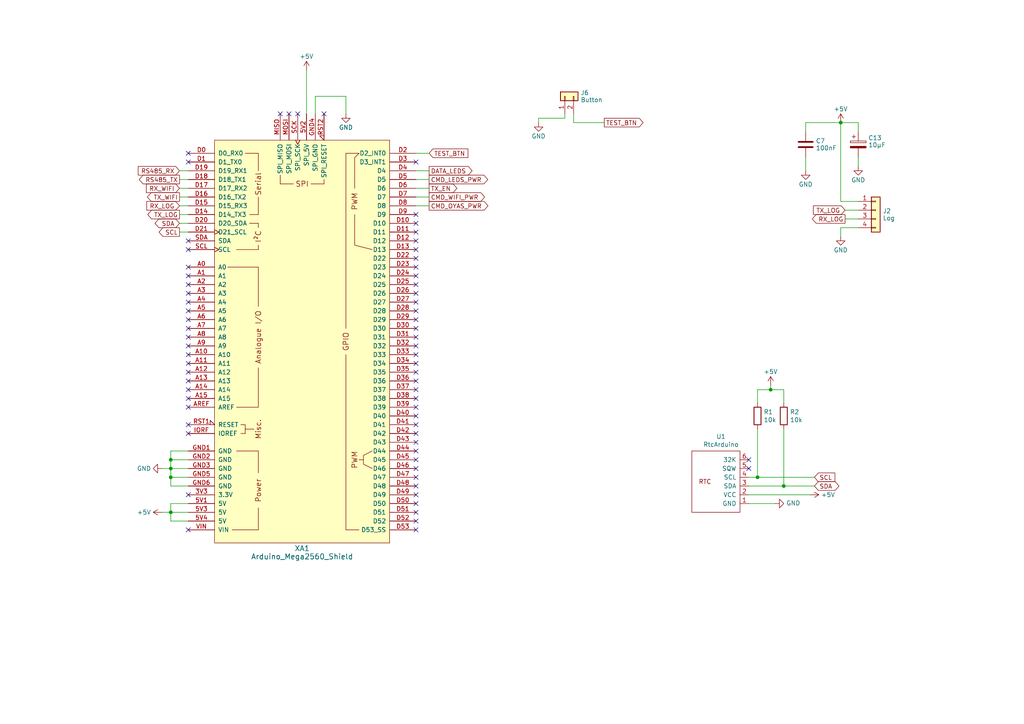
<source format=kicad_sch>
(kicad_sch (version 20230121) (generator eeschema)
  (paper "A4")
  (title_block (title "Commande des OYA - Maître RS485") (date "2024-04-26") (rev "B0") (company "BPC") (comment 1 "Extension Wifi (ESP01)") (comment 2 "Inteface LEDs RGB - Bouton - RTC") (comment 3 "Alim 12V - Sortie 12V pilotable - Bus RS485"))
  (lib_symbols
    (symbol "Connector_Generic:Conn_01x02" (pin_names (offset 1.016) hide)
      (property "Reference" "J" (at 0 2.54 0))
      (property "Value" "Conn_01x02" (at 0 -5.08 0))
      (symbol "Conn_01x02_1_1"
        (rectangle (start -1.27 -2.413) (end 0 -2.667) (stroke (width 0.1524)))
        (rectangle (start -1.27 0.127) (end 0 -0.127) (stroke (width 0.1524)))
        (rectangle (start -1.27 1.27) (end 1.27 -3.81) (stroke (width 0.254)) (fill (type background)))
        (pin passive line (at -5.08 0 0) (length 3.81) (name "Pin_1") (number "1"))
        (pin passive line (at -5.08 -2.54 0) (length 3.81) (name "Pin_2") (number "2"))
      )
    )
    (symbol "Connector_Generic:Conn_01x04" (pin_names (offset 1.016) hide)
      (property "Reference" "J" (at 0 5.08 0))
      (property "Value" "Conn_01x04" (at 0 -7.62 0))
      (symbol "Conn_01x04_1_1"
        (rectangle (start -1.27 -4.953) (end 0 -5.207) (stroke (width 0.1524)))
        (rectangle (start -1.27 -2.413) (end 0 -2.667) (stroke (width 0.1524)))
        (rectangle (start -1.27 0.127) (end 0 -0.127) (stroke (width 0.1524)))
        (rectangle (start -1.27 2.667) (end 0 2.413) (stroke (width 0.1524)))
        (rectangle (start -1.27 3.81) (end 1.27 -6.35) (stroke (width 0.254)) (fill (type background)))
        (pin passive line (at -5.08 2.54 0) (length 3.81) (name "Pin_1") (number "1"))
        (pin passive line (at -5.08 0 0) (length 3.81) (name "Pin_2") (number "2"))
        (pin passive line (at -5.08 -2.54 0) (length 3.81) (name "Pin_3") (number "3"))
        (pin passive line (at -5.08 -5.08 0) (length 3.81) (name "Pin_4") (number "4"))
      )
    )
    (symbol "Device:C" (pin_numbers hide) (pin_names (offset 0.254))
      (property "Reference" "C" (at 0.635 2.54 0))
      (property "Value" "C" (at 0.635 -2.54 0))
      (symbol "C_0_1"
        (polyline (pts (xy -2.032 -0.762) (xy 2.032 -0.762)) (stroke (width 0.508)))
        (polyline (pts (xy -2.032 0.762) (xy 2.032 0.762)) (stroke (width 0.508)))
      )
      (symbol "C_1_1"
        (pin passive line (at 0 3.81 270) (length 2.794) (name "~") (number "1"))
        (pin passive line (at 0 -3.81 90) (length 2.794) (name "~") (number "2"))
      )
    )
    (symbol "Device:C_Polarized" (pin_numbers hide) (pin_names (offset 0.254))
      (property "Reference" "C" (at 0.635 2.54 0))
      (property "Value" "C_Polarized" (at 0.635 -2.54 0))
      (symbol "C_Polarized_0_1"
        (rectangle (start -2.286 0.508) (end 2.286 1.016))
        (polyline (pts (xy -1.778 2.286) (xy -0.762 2.286)))
        (polyline (pts (xy -1.27 2.794) (xy -1.27 1.778)))
        (rectangle (start 2.286 -0.508) (end -2.286 -1.016) (fill (type outline)))
      )
      (symbol "C_Polarized_1_1"
        (pin passive line (at 0 3.81 270) (length 2.794) (name "~") (number "1"))
        (pin passive line (at 0 -3.81 90) (length 2.794) (name "~") (number "2"))
      )
    )
    (symbol "Device:R" (pin_numbers hide) (pin_names (offset 0))
      (property "Reference" "R" (at 2.032 0 90))
      (property "Value" "R" (at 0 0 90))
      (symbol "R_0_1"
        (rectangle (start -1.016 -2.54) (end 1.016 2.54) (stroke (width 0.254)))
      )
      (symbol "R_1_1"
        (pin passive line (at 0 3.81 270) (length 1.27) (name "~") (number "1"))
        (pin passive line (at 0 -3.81 90) (length 1.27) (name "~") (number "2"))
      )
    )
    (symbol "bpc:BPC_Arduino_Mega2560_Shield" (pin_names (offset 1.016))
      (property "Reference" "XA" (at 2.54 0 90))
      (property "Value" "Arduino_Mega2560_Shield" (at -2.54 0 90))
      (symbol "BPC_Arduino_Mega2560_Shield_0_0"
        (rectangle (start -25.4 -58.42) (end 25.4 58.42) (fill (type background)))
        (rectangle (start -20.32 -54.61) (end -12.7 -54.61))
        (rectangle (start -19.05 -31.75) (end -12.7 -31.75))
        (rectangle (start -19.05 -19.05) (end -12.7 -19.05))
        (rectangle (start -19.05 26.67) (end -12.7 26.67))
        (rectangle (start -17.78 -26.67) (end -16.51 -26.67))
        (rectangle (start -17.78 -24.13) (end -16.51 -24.13))
        (rectangle (start -16.51 -25.4) (end -13.97 -25.4))
        (rectangle (start -16.51 -24.13) (end -16.51 -26.67))
        (rectangle (start -16.51 54.61) (end -12.7 54.61))
        (rectangle (start -15.24 34.29) (end -12.7 34.29))
        (rectangle (start -15.24 36.83) (end -12.7 36.83))
        (rectangle (start -12.7 -54.61) (end -12.7 -48.26))
        (rectangle (start -12.7 -31.75) (end -12.7 -38.1))
        (rectangle (start -12.7 26.67) (end -12.7 27.94))
        (rectangle (start -12.7 34.29) (end -12.7 33.02))
        (rectangle (start -12.7 41.91) (end -12.7 36.83))
        (rectangle (start -12.7 49.53) (end -12.7 54.61))
        (rectangle (start -6.35 48.26) (end -6.35 45.72))
        (rectangle (start -2.54 45.72) (end -6.35 45.72))
        (polyline (pts (xy -21.59 21.59) (xy -12.7 21.59)))
        (polyline (pts (xy -12.7 -19.05) (xy -12.7 -7.62)))
        (polyline (pts (xy -12.7 10.16) (xy -12.7 21.59)))
        (polyline (pts (xy 12.7 -54.61) (xy 16.51 -54.61)))
        (polyline (pts (xy 12.7 54.61) (xy 16.51 54.61)))
        (polyline (pts (xy 17.78 -34.29) (xy 16.51 -34.29)))
        (polyline (pts (xy 15.24 36.83) (xy 15.24 27.94) (xy 20.32 26.67)))
        (polyline (pts (xy 15.24 44.45) (xy 15.24 53.34) (xy 16.51 54.61)))
        (polyline (pts (xy 20.32 -31.75) (xy 17.78 -33.02) (xy 17.78 -35.56) (xy 20.32 -36.83)))
        (rectangle (start 6.35 45.72) (end 2.54 45.72))
        (rectangle (start 6.35 46.99) (end 6.35 45.72))
        (text "Analogue I/O" (at -12.7 1.27 900) (effects (font (size 1.524 1.524))))
        (text "I²C" (at -12.7 30.48 900) (effects (font (size 1.524 1.524))))
        (text "Misc." (at -12.7 -25.4 900) (effects (font (size 1.524 1.524))))
        (text "Power" (at -12.7 -43.18 900) (effects (font (size 1.524 1.524))))
        (text "PWM" (at 15.24 -34.29 900) (effects (font (size 1.524 1.524))))
        (text "PWM" (at 15.24 40.64 900) (effects (font (size 1.524 1.524))))
        (text "Serial" (at -12.7 45.72 900) (effects (font (size 1.524 1.524))))
        (text "SPI" (at 0 45.72 0) (effects (font (size 1.524 1.524))))
      )
      (symbol "BPC_Arduino_Mega2560_Shield_1_0"
        (rectangle (start 12.7 -54.61) (end 12.7 -3.81))
        (rectangle (start 12.7 54.61) (end 12.7 3.81))
        (text "GPIO" (at 12.7 0 900) (effects (font (size 1.524 1.524))))
      )
      (symbol "BPC_Arduino_Mega2560_Shield_1_1"
        (pin power_in line (at -33.02 -44.45 0) (length 7.62) (name "3.3V") (number "3V3"))
        (pin power_in line (at -33.02 -46.99 0) (length 7.62) (name "5V") (number "5V1"))
        (pin power_in line (at 1.27 66.04 270) (length 7.62) (name "SPI_5V") (number "5V2"))
        (pin power_in line (at -33.02 -49.53 0) (length 7.62) (name "5V") (number "5V3"))
        (pin power_in line (at -33.02 -52.07 0) (length 7.62) (name "5V") (number "5V4"))
        (pin bidirectional line (at -33.02 21.59 0) (length 7.62) (name "A0") (number "A0"))
        (pin bidirectional line (at -33.02 19.05 0) (length 7.62) (name "A1") (number "A1"))
        (pin bidirectional line (at -33.02 -3.81 0) (length 7.62) (name "A10") (number "A10"))
        (pin bidirectional line (at -33.02 -6.35 0) (length 7.62) (name "A11") (number "A11"))
        (pin bidirectional line (at -33.02 -8.89 0) (length 7.62) (name "A12") (number "A12"))
        (pin bidirectional line (at -33.02 -11.43 0) (length 7.62) (name "A13") (number "A13"))
        (pin bidirectional line (at -33.02 -13.97 0) (length 7.62) (name "A14") (number "A14"))
        (pin bidirectional line (at -33.02 -16.51 0) (length 7.62) (name "A15") (number "A15"))
        (pin bidirectional line (at -33.02 16.51 0) (length 7.62) (name "A2") (number "A2"))
        (pin bidirectional line (at -33.02 13.97 0) (length 7.62) (name "A3") (number "A3"))
        (pin bidirectional line (at -33.02 11.43 0) (length 7.62) (name "A4") (number "A4"))
        (pin bidirectional line (at -33.02 8.89 0) (length 7.62) (name "A5") (number "A5"))
        (pin bidirectional line (at -33.02 6.35 0) (length 7.62) (name "A6") (number "A6"))
        (pin bidirectional line (at -33.02 3.81 0) (length 7.62) (name "A7") (number "A7"))
        (pin bidirectional line (at -33.02 1.27 0) (length 7.62) (name "A8") (number "A8"))
        (pin bidirectional line (at -33.02 -1.27 0) (length 7.62) (name "A9") (number "A9"))
        (pin input line (at -33.02 -19.05 0) (length 7.62) (name "AREF") (number "AREF"))
        (pin bidirectional line (at -33.02 54.61 0) (length 7.62) (name "D0_RX0") (number "D0"))
        (pin bidirectional line (at -33.02 52.07 0) (length 7.62) (name "D1_TX0") (number "D1"))
        (pin bidirectional line (at 33.02 34.29 180) (length 7.62) (name "D10") (number "D10"))
        (pin bidirectional line (at 33.02 31.75 180) (length 7.62) (name "D11") (number "D11"))
        (pin bidirectional line (at 33.02 29.21 180) (length 7.62) (name "D12") (number "D12"))
        (pin bidirectional line (at 33.02 26.67 180) (length 7.62) (name "D13") (number "D13"))
        (pin bidirectional line (at -33.02 36.83 0) (length 7.62) (name "D14_TX3") (number "D14"))
        (pin bidirectional line (at -33.02 39.37 0) (length 7.62) (name "D15_RX3") (number "D15"))
        (pin bidirectional line (at -33.02 41.91 0) (length 7.62) (name "D16_TX2") (number "D16"))
        (pin bidirectional line (at -33.02 44.45 0) (length 7.62) (name "D17_RX2") (number "D17"))
        (pin bidirectional line (at -33.02 46.99 0) (length 7.62) (name "D18_TX1") (number "D18"))
        (pin bidirectional line (at -33.02 49.53 0) (length 7.62) (name "D19_RX1") (number "D19"))
        (pin bidirectional line (at 33.02 54.61 180) (length 7.62) (name "D2_INT0") (number "D2"))
        (pin bidirectional line (at -33.02 34.29 0) (length 7.62) (name "D20_SDA") (number "D20"))
        (pin bidirectional clock (at -33.02 31.75 0) (length 7.62) (name "D21_SCL") (number "D21"))
        (pin bidirectional line (at 33.02 24.13 180) (length 7.62) (name "D22") (number "D22"))
        (pin bidirectional line (at 33.02 21.59 180) (length 7.62) (name "D23") (number "D23"))
        (pin bidirectional line (at 33.02 19.05 180) (length 7.62) (name "D24") (number "D24"))
        (pin bidirectional line (at 33.02 16.51 180) (length 7.62) (name "D25") (number "D25"))
        (pin bidirectional line (at 33.02 13.97 180) (length 7.62) (name "D26") (number "D26"))
        (pin bidirectional line (at 33.02 11.43 180) (length 7.62) (name "D27") (number "D27"))
        (pin bidirectional line (at 33.02 8.89 180) (length 7.62) (name "D28") (number "D28"))
        (pin bidirectional line (at 33.02 6.35 180) (length 7.62) (name "D29") (number "D29"))
        (pin bidirectional line (at 33.02 52.07 180) (length 7.62) (name "D3_INT1") (number "D3"))
        (pin bidirectional line (at 33.02 3.81 180) (length 7.62) (name "D30") (number "D30"))
        (pin bidirectional line (at 33.02 1.27 180) (length 7.62) (name "D31") (number "D31"))
        (pin bidirectional line (at 33.02 -1.27 180) (length 7.62) (name "D32") (number "D32"))
        (pin bidirectional line (at 33.02 -3.81 180) (length 7.62) (name "D33") (number "D33"))
        (pin bidirectional line (at 33.02 -6.35 180) (length 7.62) (name "D34") (number "D34"))
        (pin bidirectional line (at 33.02 -8.89 180) (length 7.62) (name "D35") (number "D35"))
        (pin bidirectional line (at 33.02 -11.43 180) (length 7.62) (name "D36") (number "D36"))
        (pin bidirectional line (at 33.02 -13.97 180) (length 7.62) (name "D37") (number "D37"))
        (pin bidirectional line (at 33.02 -16.51 180) (length 7.62) (name "D38") (number "D38"))
        (pin bidirectional line (at 33.02 -19.05 180) (length 7.62) (name "D39") (number "D39"))
        (pin bidirectional line (at 33.02 49.53 180) (length 7.62) (name "D4") (number "D4"))
        (pin bidirectional line (at 33.02 -21.59 180) (length 7.62) (name "D40") (number "D40"))
        (pin bidirectional line (at 33.02 -24.13 180) (length 7.62) (name "D41") (number "D41"))
        (pin bidirectional line (at 33.02 -26.67 180) (length 7.62) (name "D42") (number "D42"))
        (pin bidirectional line (at 33.02 -29.21 180) (length 7.62) (name "D43") (number "D43"))
        (pin bidirectional line (at 33.02 -31.75 180) (length 7.62) (name "D44") (number "D44"))
        (pin bidirectional line (at 33.02 -34.29 180) (length 7.62) (name "D45") (number "D45"))
        (pin bidirectional line (at 33.02 -36.83 180) (length 7.62) (name "D46") (number "D46"))
        (pin bidirectional line (at 33.02 -39.37 180) (length 7.62) (name "D47") (number "D47"))
        (pin bidirectional line (at 33.02 -41.91 180) (length 7.62) (name "D48") (number "D48"))
        (pin bidirectional line (at 33.02 -44.45 180) (length 7.62) (name "D49") (number "D49"))
        (pin bidirectional line (at 33.02 46.99 180) (length 7.62) (name "D5") (number "D5"))
        (pin bidirectional line (at 33.02 -46.99 180) (length 7.62) (name "D50") (number "D50"))
        (pin bidirectional line (at 33.02 -49.53 180) (length 7.62) (name "D51") (number "D51"))
        (pin bidirectional line (at 33.02 -52.07 180) (length 7.62) (name "D52") (number "D52"))
        (pin bidirectional line (at 33.02 -54.61 180) (length 7.62) (name "D53_SS") (number "D53"))
        (pin bidirectional line (at 33.02 44.45 180) (length 7.62) (name "D6") (number "D6"))
        (pin bidirectional line (at 33.02 41.91 180) (length 7.62) (name "D7") (number "D7"))
        (pin bidirectional line (at 33.02 39.37 180) (length 7.62) (name "D8") (number "D8"))
        (pin bidirectional line (at 33.02 36.83 180) (length 7.62) (name "D9") (number "D9"))
        (pin power_in line (at -33.02 -31.75 0) (length 7.62) (name "GND") (number "GND1"))
        (pin power_in line (at -33.02 -34.29 0) (length 7.62) (name "GND") (number "GND2"))
        (pin power_in line (at -33.02 -36.83 0) (length 7.62) (name "GND") (number "GND3"))
        (pin power_in line (at 3.81 66.04 270) (length 7.62) (name "SPI_GND") (number "GND4"))
        (pin power_in line (at -33.02 -39.37 0) (length 7.62) (name "GND") (number "GND5"))
        (pin power_in line (at -33.02 -41.91 0) (length 7.62) (name "GND") (number "GND6"))
        (pin output line (at -33.02 -26.67 0) (length 7.62) (name "IOREF") (number "IORF"))
        (pin input line (at -6.35 66.04 270) (length 7.62) (name "SPI_MISO") (number "MISO"))
        (pin output line (at -3.81 66.04 270) (length 7.62) (name "SPI_MOSI") (number "MOSI"))
        (pin open_collector input_low (at -33.02 -24.13 0) (length 7.62) (name "RESET") (number "RST1"))
        (pin open_collector input_low (at 6.35 66.04 270) (length 7.62) (name "SPI_RESET") (number "RST2"))
        (pin output clock (at -1.27 66.04 270) (length 7.62) (name "SPI_SCK") (number "SCK"))
        (pin bidirectional clock (at -33.02 26.67 0) (length 7.62) (name "SCL") (number "SCL"))
        (pin bidirectional line (at -33.02 29.21 0) (length 7.62) (name "SDA") (number "SDA"))
        (pin power_in line (at -33.02 -54.61 0) (length 7.62) (name "VIN") (number "VIN"))
      )
    )
    (symbol "bpc:RtcArduino" (pin_names (offset 1.016))
      (property "Reference" "U" (at 1.27 3.81 0))
      (property "Value" "RtcArduino" (at 5.08 1.27 0))
      (symbol "RtcArduino_0_0"
        (text "RTC" (at 10.16 -8.89 0) (effects (font (size 1.27 1.27))))
      )
      (symbol "RtcArduino_0_1"
        (rectangle (start 0 -17.78) (end 13.97 0))
      )
      (symbol "RtcArduino_1_1"
        (pin power_in line (at -2.54 -2.54 0) (length 2.54) (name "GND") (number "1"))
        (pin power_in line (at -2.54 -5.08 0) (length 2.54) (name "VCC") (number "2"))
        (pin bidirectional line (at -2.54 -7.62 0) (length 2.54) (name "SDA") (number "3"))
        (pin input line (at -2.54 -10.16 0) (length 2.54) (name "SCL") (number "4"))
        (pin unspecified line (at -2.54 -12.7 0) (length 2.54) (name "SQW") (number "5"))
        (pin unspecified line (at -2.54 -15.24 0) (length 2.54) (name "32K") (number "6"))
      )
    )
    (symbol "power:+5V" (power) (pin_names (offset 0))
      (property "Value" "+5V" (at 0 3.556 0))
      (symbol "+5V_0_1"
        (polyline (pts (xy -0.762 1.27) (xy 0 2.54)))
        (polyline (pts (xy 0 0) (xy 0 2.54)))
        (polyline (pts (xy 0 2.54) (xy 0.762 1.27)))
      )
      (symbol "+5V_1_1"
        (pin power_in line (at 0 0 90) (length 0) hide (name "+5V") (number "1"))
      )
    )
    (symbol "power:GND" (power) (pin_names (offset 0))
      (property "Value" "GND" (at 0 -3.81 0))
      (symbol "GND_0_1"
        (polyline (pts (xy 0 0) (xy 0 -1.27) (xy 1.27 -1.27) (xy 0 -2.54) (xy -1.27 -1.27) (xy 0 -1.27)))
      )
      (symbol "GND_1_1"
        (pin power_in line (at 0 0 270) (length 0) hide (name "GND") (number "1"))
      )
    )
  )
  (junction (at 49.53 148.59))
  (junction (at 223.52 113.03))
  (junction (at 219.71 138.43))
  (junction (at 49.53 135.89))
  (junction (at 227.33 140.97))
  (junction (at 49.53 133.35))
  (junction (at 243.84 35.56))
  (junction (at 49.53 138.43))
  (no_connect (at 120.65 74.93))
  (no_connect (at 54.61 90.17))
  (no_connect (at 54.61 95.25))
  (no_connect (at 120.65 105.41))
  (no_connect (at 120.65 113.03))
  (no_connect (at 54.61 87.63))
  (no_connect (at 120.65 72.39))
  (no_connect (at 54.61 77.47))
  (no_connect (at 54.61 125.73))
  (no_connect (at 120.65 143.51))
  (no_connect (at 54.61 115.57))
  (no_connect (at 93.98 33.02))
  (no_connect (at 120.65 140.97))
  (no_connect (at 54.61 72.39))
  (no_connect (at 120.65 135.89))
  (no_connect (at 120.65 64.77))
  (no_connect (at 120.65 77.47))
  (no_connect (at 54.61 92.71))
  (no_connect (at 54.61 105.41))
  (no_connect (at 54.61 44.45))
  (no_connect (at 120.65 138.43))
  (no_connect (at 120.65 92.71))
  (no_connect (at 217.17 133.35))
  (no_connect (at 120.65 67.31))
  (no_connect (at 120.65 125.73))
  (no_connect (at 120.65 128.27))
  (no_connect (at 81.28 33.02))
  (no_connect (at 54.61 143.51))
  (no_connect (at 120.65 123.19))
  (no_connect (at 54.61 107.95))
  (no_connect (at 86.36 33.02))
  (no_connect (at 54.61 69.85))
  (no_connect (at 120.65 87.63))
  (no_connect (at 54.61 123.19))
  (no_connect (at 120.65 115.57))
  (no_connect (at 120.65 62.23))
  (no_connect (at 54.61 80.01))
  (no_connect (at 120.65 153.67))
  (no_connect (at 120.65 80.01))
  (no_connect (at 54.61 100.33))
  (no_connect (at 120.65 151.13))
  (no_connect (at 54.61 110.49))
  (no_connect (at 54.61 153.67))
  (no_connect (at 54.61 102.87))
  (no_connect (at 120.65 69.85))
  (no_connect (at 120.65 130.81))
  (no_connect (at 120.65 148.59))
  (no_connect (at 54.61 82.55))
  (no_connect (at 120.65 85.09))
  (no_connect (at 83.82 33.02))
  (no_connect (at 54.61 46.99))
  (no_connect (at 120.65 90.17))
  (no_connect (at 120.65 102.87))
  (no_connect (at 120.65 120.65))
  (no_connect (at 120.65 146.05))
  (no_connect (at 120.65 110.49))
  (no_connect (at 54.61 97.79))
  (no_connect (at 120.65 97.79))
  (no_connect (at 120.65 107.95))
  (no_connect (at 120.65 100.33))
  (no_connect (at 120.65 46.99))
  (no_connect (at 54.61 85.09))
  (no_connect (at 120.65 133.35))
  (no_connect (at 54.61 113.03))
  (no_connect (at 217.17 135.89))
  (no_connect (at 120.65 95.25))
  (no_connect (at 120.65 82.55))
  (no_connect (at 120.65 118.11))
  (no_connect (at 54.61 118.11))
  (wire (pts (xy 120.65 54.61) (xy 124.46 54.61)))
  (wire (pts (xy 227.33 113.03) (xy 223.52 113.03)))
  (wire (pts (xy 49.53 138.43) (xy 49.53 140.97)))
  (wire (pts (xy 49.53 148.59) (xy 54.61 148.59)))
  (wire (pts (xy 88.9 20.32) (xy 88.9 33.02)))
  (wire (pts (xy 243.84 58.42) (xy 248.92 58.42)))
  (wire (pts (xy 223.52 113.03) (xy 223.52 111.76)))
  (wire (pts (xy 49.53 130.81) (xy 54.61 130.81)))
  (wire (pts (xy 219.71 124.46) (xy 219.71 138.43)))
  (wire (pts (xy 120.65 49.53) (xy 124.46 49.53)))
  (wire (pts (xy 233.68 35.56) (xy 243.84 35.56)))
  (wire (pts (xy 49.53 135.89) (xy 54.61 135.89)))
  (wire (pts (xy 243.84 35.56) (xy 248.92 35.56)))
  (wire (pts (xy 217.17 143.51) (xy 234.95 143.51)))
  (wire (pts (xy 49.53 146.05) (xy 54.61 146.05)))
  (wire (pts (xy 46.99 135.89) (xy 49.53 135.89)))
  (wire (pts (xy 52.07 54.61) (xy 54.61 54.61)))
  (wire (pts (xy 49.53 135.89) (xy 49.53 138.43)))
  (wire (pts (xy 49.53 133.35) (xy 54.61 133.35)))
  (wire (pts (xy 243.84 66.04) (xy 248.92 66.04)))
  (wire (pts (xy 120.65 59.69) (xy 124.46 59.69)))
  (wire (pts (xy 52.07 52.07) (xy 54.61 52.07)))
  (wire (pts (xy 120.65 52.07) (xy 124.46 52.07)))
  (wire (pts (xy 166.37 33.02) (xy 166.37 35.56)))
  (wire (pts (xy 227.33 140.97) (xy 236.22 140.97)))
  (wire (pts (xy 52.07 67.31) (xy 54.61 67.31)))
  (wire (pts (xy 243.84 68.58) (xy 243.84 66.04)))
  (wire (pts (xy 217.17 138.43) (xy 219.71 138.43)))
  (wire (pts (xy 52.07 59.69) (xy 54.61 59.69)))
  (wire (pts (xy 245.11 63.5) (xy 248.92 63.5)))
  (wire (pts (xy 100.33 27.94) (xy 91.44 27.94)))
  (wire (pts (xy 248.92 45.72) (xy 248.92 48.26)))
  (wire (pts (xy 219.71 113.03) (xy 219.71 116.84)))
  (wire (pts (xy 49.53 133.35) (xy 49.53 130.81)))
  (wire (pts (xy 52.07 57.15) (xy 54.61 57.15)))
  (wire (pts (xy 243.84 35.56) (xy 243.84 58.42)))
  (wire (pts (xy 156.21 35.56) (xy 156.21 34.29)))
  (wire (pts (xy 54.61 140.97) (xy 49.53 140.97)))
  (wire (pts (xy 120.65 57.15) (xy 124.46 57.15)))
  (wire (pts (xy 52.07 49.53) (xy 54.61 49.53)))
  (wire (pts (xy 49.53 148.59) (xy 49.53 146.05)))
  (wire (pts (xy 49.53 138.43) (xy 54.61 138.43)))
  (wire (pts (xy 223.52 113.03) (xy 219.71 113.03)))
  (wire (pts (xy 46.99 148.59) (xy 49.53 148.59)))
  (wire (pts (xy 52.07 64.77) (xy 54.61 64.77)))
  (wire (pts (xy 227.33 116.84) (xy 227.33 113.03)))
  (wire (pts (xy 120.65 44.45) (xy 124.46 44.45)))
  (wire (pts (xy 100.33 33.02) (xy 100.33 27.94)))
  (wire (pts (xy 54.61 151.13) (xy 49.53 151.13)))
  (wire (pts (xy 248.92 35.56) (xy 248.92 38.1)))
  (wire (pts (xy 49.53 135.89) (xy 49.53 133.35)))
  (wire (pts (xy 91.44 27.94) (xy 91.44 33.02)))
  (wire (pts (xy 52.07 62.23) (xy 54.61 62.23)))
  (wire (pts (xy 217.17 146.05) (xy 224.79 146.05)))
  (wire (pts (xy 217.17 140.97) (xy 227.33 140.97)))
  (wire (pts (xy 49.53 151.13) (xy 49.53 148.59)))
  (wire (pts (xy 245.11 60.96) (xy 248.92 60.96)))
  (wire (pts (xy 233.68 38.1) (xy 233.68 35.56)))
  (wire (pts (xy 233.68 45.72) (xy 233.68 49.53)))
  (wire (pts (xy 227.33 124.46) (xy 227.33 140.97)))
  (wire (pts (xy 166.37 35.56) (xy 175.26 35.56)))
  (wire (pts (xy 163.83 33.02) (xy 163.83 34.29)))
  (wire (pts (xy 219.71 138.43) (xy 236.22 138.43)))
  (wire (pts (xy 156.21 34.29) (xy 163.83 34.29)))
  (global_label "TX_LOG" (shape input) (at 245.11 60.96 180) (property "Intersheetrefs" "${INTERSHEET_REFS}" (effects hide)))
  (global_label "RX_WIFI" (shape input) (at 52.07 54.61 180) (property "Intersheetrefs" "${INTERSHEET_REFS}" (effects hide)))
  (global_label "SCL" (shape input) (at 236.22 138.43 0) (property "Intersheetrefs" "${INTERSHEET_REFS}" (effects hide)))
  (global_label "TX_LOG" (shape output) (at 52.07 62.23 180) (property "Intersheetrefs" "${INTERSHEET_REFS}" (effects hide)))
  (global_label "RX_LOG" (shape input) (at 52.07 59.69 180) (property "Intersheetrefs" "${INTERSHEET_REFS}" (effects hide)))
  (global_label "SDA" (shape bidirectional) (at 52.07 64.77 180) (property "Intersheetrefs" "${INTERSHEET_REFS}" (effects hide)))
  (global_label "TEST_BTN" (shape output) (at 175.26 35.56 0) (property "Intersheetrefs" "${INTERSHEET_REFS}" (effects hide)))
  (global_label "SDA" (shape bidirectional) (at 236.22 140.97 0) (property "Intersheetrefs" "${INTERSHEET_REFS}" (effects hide)))
  (global_label "RS485_RX" (shape input) (at 52.07 49.53 180) (property "Intersheetrefs" "${INTERSHEET_REFS}" (effects hide)))
  (global_label "TX_WIFI" (shape output) (at 52.07 57.15 180) (property "Intersheetrefs" "${INTERSHEET_REFS}" (effects hide)))
  (global_label "RX_LOG" (shape output) (at 245.11 63.5 180) (property "Intersheetrefs" "${INTERSHEET_REFS}" (effects hide)))
  (global_label "CMD_OYAS_PWR" (shape output) (at 124.46 59.69 0) (property "Intersheetrefs" "${INTERSHEET_REFS}" (effects hide)))
  (global_label "CMD_LEDS_PWR" (shape output) (at 124.46 52.07 0) (property "Intersheetrefs" "${INTERSHEET_REFS}" (effects hide)))
  (global_label "SCL" (shape output) (at 52.07 67.31 180) (property "Intersheetrefs" "${INTERSHEET_REFS}" (effects hide)))
  (global_label "RS485_TX" (shape output) (at 52.07 52.07 180) (property "Intersheetrefs" "${INTERSHEET_REFS}" (effects hide)))
  (global_label "TEST_BTN" (shape input) (at 124.46 44.45 0) (property "Intersheetrefs" "${INTERSHEET_REFS}" (effects hide)))
  (global_label "TX_EN" (shape output) (at 124.46 54.61 0) (property "Intersheetrefs" "${INTERSHEET_REFS}" (effects hide)))
  (global_label "CMD_WIFI_PWR" (shape output) (at 124.46 57.15 0) (property "Intersheetrefs" "${INTERSHEET_REFS}" (effects hide)))
  (global_label "DATA_LEDS" (shape output) (at 124.46 49.53 0) (property "Intersheetrefs" "${INTERSHEET_REFS}" (effects hide)))
  (symbol (lib_id "bpc:RtcArduino") (at 214.63 148.59 180) (unit 1)
    (property "Reference" "U1" (at 209.1182 126.619 0))
    (property "Value" "RtcArduino" (at 209.1182 128.9304 0))
    (property "Footprint" "bpc:BPC_RtcArduino" (effects hide))
  )
  (symbol (lib_id "bpc:BPC_Arduino_Mega2560_Shield") (at 87.63 99.06 0) (unit 1)
    (property "Reference" "XA1" (at 87.63 159.0516 0) (effects (font (size 1.524 1.524))))
    (property "Value" "Arduino_Mega2560_Shield" (at 87.63 161.4328 0) (effects (font (size 1.524 1.524))))
    (property "Footprint" "bpc:BPC_Arduino_Mega2560_Shield" (effects hide))
  )
  (symbol (lib_id "power:+5V") (at 88.9 20.32 0) (unit 1)
    (property "Reference" "#PWR034" (effects hide))
    (property "Value" "+5V" (at 88.9 16.375 0))
  )
  (symbol (lib_id "power:GND") (at 46.99 135.89 270) (unit 1)
    (property "Reference" "#PWR026" (effects hide))
    (property "Value" "GND" (at 43.8151 135.89 90) (effects (justify right)))
  )
  (symbol (lib_id "power:GND") (at 233.68 49.53 0) (unit 1)
    (property "Reference" "#PWR043" (effects hide))
    (property "Value" "GND" (at 233.68 53.475 0))
  )
  (symbol (lib_id "Connector_Generic:Conn_01x02") (at 163.83 27.94 90) (unit 1)
    (property "Reference" "J6" (at 168.402 26.916 90) (effects (justify right)))
    (property "Value" "Button" (at 168.402 28.964 90) (effects (justify right)))
    (property "Footprint" "Connector_PinHeader_2.54mm:PinHeader_1x02_P2.54mm_Vertical" (effects hide))
  )
  (symbol (lib_id "Connector_Generic:Conn_01x04") (at 254 60.96 0) (unit 1)
    (property "Reference" "J2" (at 256.032 61.206 0) (effects (justify left)))
    (property "Value" "Log" (at 256.032 63.254 0) (effects (justify left)))
    (property "Footprint" "Connector_JST:JST_XH_B4B-XH-AM_1x04_P2.50mm_Vertical" (effects hide))
  )
  (symbol (lib_id "power:GND") (at 224.79 146.05 90) (unit 1)
    (property "Reference" "#PWR04" (effects hide))
    (property "Value" "GND" (at 228.0412 145.923 90) (effects (justify right)))
    (instances (project "board_rs485_master" (path "" (reference "#PWR04") (unit 1)) (path "" (reference "#PWR05") (unit 1))))
  )
  (symbol (lib_id "power:+5V") (at 46.99 148.59 90) (unit 1)
    (property "Reference" "#PWR033" (effects hide))
    (property "Value" "+5V" (at 43.8151 148.59 90) (effects (justify left)))
  )
  (symbol (lib_id "Device:C_Polarized") (at 248.92 41.91 0) (unit 1)
    (property "Reference" "C13" (at 251.841 39.997 0) (effects (justify left)))
    (property "Value" "10µF" (at 251.841 42.045 0) (effects (justify left)))
    (property "Footprint" "Capacitor_THT:CP_Radial_D4.0mm_P2.00mm" (effects hide))
    (instances (project "board_rs485_master" (path "" (reference "C13") (unit 1)) (path "" (reference "C8") (unit 1)) (path "" (reference "C1") (unit 1)) (path "" (reference "C15") (unit 1))))
  )
  (symbol (lib_id "power:GND") (at 248.92 48.26 0) (unit 1)
    (property "Reference" "#PWR042" (effects hide))
    (property "Value" "GND" (at 248.92 52.205 0))
  )
  (symbol (lib_id "power:GND") (at 100.33 33.02 0) (unit 1)
    (property "Reference" "#PWR035" (effects hide))
    (property "Value" "GND" (at 100.33 36.965 0))
  )
  (symbol (lib_id "power:+5V") (at 243.84 35.56 0) (unit 1)
    (property "Reference" "#PWR010" (effects hide))
    (property "Value" "+5V" (at 243.84 31.615 0))
    (instances (project "board_rs485_master" (path "" (reference "#PWR010") (unit 1)) (path "" (reference "#PWR039") (unit 1))))
  )
  (symbol (lib_id "Device:R") (at 219.71 120.65 0) (unit 1)
    (property "Reference" "R1" (at 221.488 119.4816 0) (effects (justify left)))
    (property "Value" "10k" (at 221.488 121.793 0) (effects (justify left)))
    (property "Footprint" "Resistor_THT:R_Axial_DIN0204_L3.6mm_D1.6mm_P7.62mm_Horizontal" (effects hide))
  )
  (symbol (lib_id "power:+5V") (at 234.95 143.51 270) (unit 1)
    (property "Reference" "#PWR010" (effects hide))
    (property "Value" "+5V" (at 238.125 143.51 90) (effects (justify left)))
    (instances (project "board_rs485_master" (path "" (reference "#PWR010") (unit 1)) (path "" (reference "#PWR027") (unit 1))))
  )
  (symbol (lib_id "power:GND") (at 243.84 68.58 0) (unit 1)
    (property "Reference" "#PWR041" (effects hide))
    (property "Value" "GND" (at 243.84 72.525 0))
  )
  (symbol (lib_id "Device:C") (at 233.68 41.91 0) (unit 1)
    (property "Reference" "C7" (at 236.601 40.886 0) (effects (justify left)))
    (property "Value" "100nF" (at 236.601 42.934 0) (effects (justify left)))
    (property "Footprint" "Capacitor_THT:C_Disc_D5.0mm_W2.5mm_P2.50mm" (effects hide))
    (instances (project "board_rs485_master" (path "" (reference "C7") (unit 1)) (path "" (reference "C2") (unit 1)) (path "" (reference "C14") (unit 1))))
  )
  (symbol (lib_id "power:GND") (at 156.21 35.56 0) (unit 1)
    (property "Reference" "#PWR036" (effects hide))
    (property "Value" "GND" (at 156.21 39.505 0))
  )
  (symbol (lib_id "power:+5V") (at 223.52 111.76 0) (unit 1)
    (property "Reference" "#PWR010" (effects hide))
    (property "Value" "+5V" (at 223.52 107.815 0))
    (instances (project "board_rs485_master" (path "" (reference "#PWR010") (unit 1)) (path "" (reference "#PWR04") (unit 1))))
  )
  (symbol (lib_id "Device:R") (at 227.33 120.65 0) (unit 1)
    (property "Reference" "R2" (at 229.108 119.4816 0) (effects (justify left)))
    (property "Value" "10k" (at 229.108 121.793 0) (effects (justify left)))
    (property "Footprint" "Resistor_THT:R_Axial_DIN0204_L3.6mm_D1.6mm_P7.62mm_Horizontal" (effects hide))
  )
)
</source>
